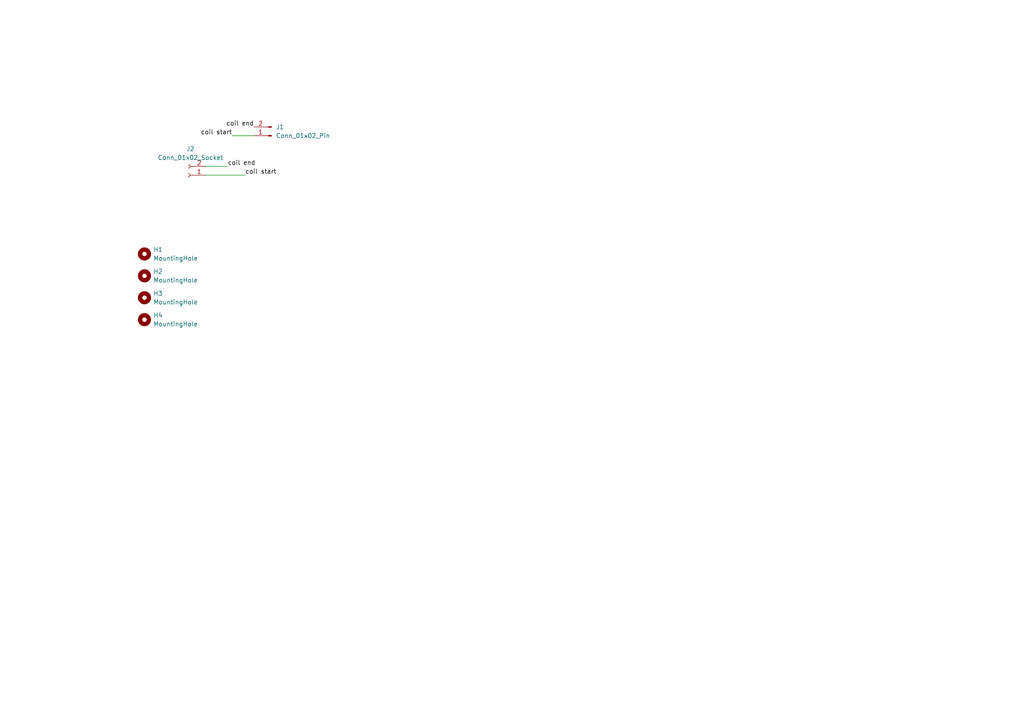
<source format=kicad_sch>
(kicad_sch
	(version 20231120)
	(generator "eeschema")
	(generator_version "8.0")
	(uuid "fdf43bca-269e-4012-8925-740ac96f15da")
	(paper "A4")
	(lib_symbols
		(symbol "Connector:Conn_01x02_Pin"
			(pin_names
				(offset 1.016) hide)
			(exclude_from_sim no)
			(in_bom yes)
			(on_board yes)
			(property "Reference" "J"
				(at 0 2.54 0)
				(effects
					(font
						(size 1.27 1.27)
					)
				)
			)
			(property "Value" "Conn_01x02_Pin"
				(at 0 -5.08 0)
				(effects
					(font
						(size 1.27 1.27)
					)
				)
			)
			(property "Footprint" ""
				(at 0 0 0)
				(effects
					(font
						(size 1.27 1.27)
					)
					(hide yes)
				)
			)
			(property "Datasheet" "~"
				(at 0 0 0)
				(effects
					(font
						(size 1.27 1.27)
					)
					(hide yes)
				)
			)
			(property "Description" "Generic connector, single row, 01x02, script generated"
				(at 0 0 0)
				(effects
					(font
						(size 1.27 1.27)
					)
					(hide yes)
				)
			)
			(property "ki_locked" ""
				(at 0 0 0)
				(effects
					(font
						(size 1.27 1.27)
					)
				)
			)
			(property "ki_keywords" "connector"
				(at 0 0 0)
				(effects
					(font
						(size 1.27 1.27)
					)
					(hide yes)
				)
			)
			(property "ki_fp_filters" "Connector*:*_1x??_*"
				(at 0 0 0)
				(effects
					(font
						(size 1.27 1.27)
					)
					(hide yes)
				)
			)
			(symbol "Conn_01x02_Pin_1_1"
				(polyline
					(pts
						(xy 1.27 -2.54) (xy 0.8636 -2.54)
					)
					(stroke
						(width 0.1524)
						(type default)
					)
					(fill
						(type none)
					)
				)
				(polyline
					(pts
						(xy 1.27 0) (xy 0.8636 0)
					)
					(stroke
						(width 0.1524)
						(type default)
					)
					(fill
						(type none)
					)
				)
				(rectangle
					(start 0.8636 -2.413)
					(end 0 -2.667)
					(stroke
						(width 0.1524)
						(type default)
					)
					(fill
						(type outline)
					)
				)
				(rectangle
					(start 0.8636 0.127)
					(end 0 -0.127)
					(stroke
						(width 0.1524)
						(type default)
					)
					(fill
						(type outline)
					)
				)
				(pin passive line
					(at 5.08 0 180)
					(length 3.81)
					(name "Pin_1"
						(effects
							(font
								(size 1.27 1.27)
							)
						)
					)
					(number "1"
						(effects
							(font
								(size 1.27 1.27)
							)
						)
					)
				)
				(pin passive line
					(at 5.08 -2.54 180)
					(length 3.81)
					(name "Pin_2"
						(effects
							(font
								(size 1.27 1.27)
							)
						)
					)
					(number "2"
						(effects
							(font
								(size 1.27 1.27)
							)
						)
					)
				)
			)
		)
		(symbol "Connector:Conn_01x02_Socket"
			(pin_names
				(offset 1.016) hide)
			(exclude_from_sim no)
			(in_bom yes)
			(on_board yes)
			(property "Reference" "J"
				(at 0 2.54 0)
				(effects
					(font
						(size 1.27 1.27)
					)
				)
			)
			(property "Value" "Conn_01x02_Socket"
				(at 0 -5.08 0)
				(effects
					(font
						(size 1.27 1.27)
					)
				)
			)
			(property "Footprint" ""
				(at 0 0 0)
				(effects
					(font
						(size 1.27 1.27)
					)
					(hide yes)
				)
			)
			(property "Datasheet" "~"
				(at 0 0 0)
				(effects
					(font
						(size 1.27 1.27)
					)
					(hide yes)
				)
			)
			(property "Description" "Generic connector, single row, 01x02, script generated"
				(at 0 0 0)
				(effects
					(font
						(size 1.27 1.27)
					)
					(hide yes)
				)
			)
			(property "ki_locked" ""
				(at 0 0 0)
				(effects
					(font
						(size 1.27 1.27)
					)
				)
			)
			(property "ki_keywords" "connector"
				(at 0 0 0)
				(effects
					(font
						(size 1.27 1.27)
					)
					(hide yes)
				)
			)
			(property "ki_fp_filters" "Connector*:*_1x??_*"
				(at 0 0 0)
				(effects
					(font
						(size 1.27 1.27)
					)
					(hide yes)
				)
			)
			(symbol "Conn_01x02_Socket_1_1"
				(arc
					(start 0 -2.032)
					(mid -0.5058 -2.54)
					(end 0 -3.048)
					(stroke
						(width 0.1524)
						(type default)
					)
					(fill
						(type none)
					)
				)
				(polyline
					(pts
						(xy -1.27 -2.54) (xy -0.508 -2.54)
					)
					(stroke
						(width 0.1524)
						(type default)
					)
					(fill
						(type none)
					)
				)
				(polyline
					(pts
						(xy -1.27 0) (xy -0.508 0)
					)
					(stroke
						(width 0.1524)
						(type default)
					)
					(fill
						(type none)
					)
				)
				(arc
					(start 0 0.508)
					(mid -0.5058 0)
					(end 0 -0.508)
					(stroke
						(width 0.1524)
						(type default)
					)
					(fill
						(type none)
					)
				)
				(pin passive line
					(at -5.08 0 0)
					(length 3.81)
					(name "Pin_1"
						(effects
							(font
								(size 1.27 1.27)
							)
						)
					)
					(number "1"
						(effects
							(font
								(size 1.27 1.27)
							)
						)
					)
				)
				(pin passive line
					(at -5.08 -2.54 0)
					(length 3.81)
					(name "Pin_2"
						(effects
							(font
								(size 1.27 1.27)
							)
						)
					)
					(number "2"
						(effects
							(font
								(size 1.27 1.27)
							)
						)
					)
				)
			)
		)
		(symbol "Mechanical:MountingHole"
			(pin_names
				(offset 1.016)
			)
			(exclude_from_sim yes)
			(in_bom no)
			(on_board yes)
			(property "Reference" "H"
				(at 0 5.08 0)
				(effects
					(font
						(size 1.27 1.27)
					)
				)
			)
			(property "Value" "MountingHole"
				(at 0 3.175 0)
				(effects
					(font
						(size 1.27 1.27)
					)
				)
			)
			(property "Footprint" ""
				(at 0 0 0)
				(effects
					(font
						(size 1.27 1.27)
					)
					(hide yes)
				)
			)
			(property "Datasheet" "~"
				(at 0 0 0)
				(effects
					(font
						(size 1.27 1.27)
					)
					(hide yes)
				)
			)
			(property "Description" "Mounting Hole without connection"
				(at 0 0 0)
				(effects
					(font
						(size 1.27 1.27)
					)
					(hide yes)
				)
			)
			(property "ki_keywords" "mounting hole"
				(at 0 0 0)
				(effects
					(font
						(size 1.27 1.27)
					)
					(hide yes)
				)
			)
			(property "ki_fp_filters" "MountingHole*"
				(at 0 0 0)
				(effects
					(font
						(size 1.27 1.27)
					)
					(hide yes)
				)
			)
			(symbol "MountingHole_0_1"
				(circle
					(center 0 0)
					(radius 1.27)
					(stroke
						(width 1.27)
						(type default)
					)
					(fill
						(type none)
					)
				)
			)
		)
	)
	(wire
		(pts
			(xy 73.66 39.37) (xy 67.31 39.37)
		)
		(stroke
			(width 0)
			(type default)
		)
		(uuid "09998845-6f02-45df-a709-15bdf7260aa0")
	)
	(wire
		(pts
			(xy 59.69 48.26) (xy 66.04 48.26)
		)
		(stroke
			(width 0)
			(type default)
		)
		(uuid "786b5b04-ccbf-4b88-9a2e-dc7d1553acc1")
	)
	(wire
		(pts
			(xy 59.69 50.8) (xy 71.12 50.8)
		)
		(stroke
			(width 0)
			(type default)
		)
		(uuid "ab83969c-cb5e-44ff-8ccb-982e95c10fff")
	)
	(label "coil end"
		(at 73.66 36.83 180)
		(fields_autoplaced yes)
		(effects
			(font
				(size 1.27 1.27)
			)
			(justify right bottom)
		)
		(uuid "53de1fc4-c3bc-42bd-b90a-56f3aa54bc2c")
	)
	(label "coil end"
		(at 66.04 48.26 0)
		(fields_autoplaced yes)
		(effects
			(font
				(size 1.27 1.27)
			)
			(justify left bottom)
		)
		(uuid "710ec598-68e3-4d3e-9d85-acee54350a46")
	)
	(label "coil start"
		(at 71.12 50.8 0)
		(fields_autoplaced yes)
		(effects
			(font
				(size 1.27 1.27)
			)
			(justify left bottom)
		)
		(uuid "ae99f8d5-6ebd-4ee5-9c5e-4dd52d3df92e")
	)
	(label "coil start"
		(at 67.31 39.37 180)
		(fields_autoplaced yes)
		(effects
			(font
				(size 1.27 1.27)
			)
			(justify right bottom)
		)
		(uuid "e72ad107-9485-46fd-b431-89c64edf0ba1")
	)
	(symbol
		(lib_id "Connector:Conn_01x02_Socket")
		(at 54.61 50.8 180)
		(unit 1)
		(exclude_from_sim no)
		(in_bom yes)
		(on_board yes)
		(dnp no)
		(fields_autoplaced yes)
		(uuid "5392b17e-5e19-400d-91a2-3d12017f95c8")
		(property "Reference" "J2"
			(at 55.245 43.18 0)
			(effects
				(font
					(size 1.27 1.27)
				)
			)
		)
		(property "Value" "Conn_01x02_Socket"
			(at 55.245 45.72 0)
			(effects
				(font
					(size 1.27 1.27)
				)
			)
		)
		(property "Footprint" "Connector_PinSocket_2.54mm:PinSocket_1x02_P2.54mm_Vertical"
			(at 54.61 50.8 0)
			(effects
				(font
					(size 1.27 1.27)
				)
				(hide yes)
			)
		)
		(property "Datasheet" "~"
			(at 54.61 50.8 0)
			(effects
				(font
					(size 1.27 1.27)
				)
				(hide yes)
			)
		)
		(property "Description" "Generic connector, single row, 01x02, script generated"
			(at 54.61 50.8 0)
			(effects
				(font
					(size 1.27 1.27)
				)
				(hide yes)
			)
		)
		(pin "1"
			(uuid "a313de1a-b66b-4a03-8504-14f156924d77")
		)
		(pin "2"
			(uuid "8cde3ace-039d-4762-99c2-1cd77972cdac")
		)
		(instances
			(project "Top sensing coil"
				(path "/fdf43bca-269e-4012-8925-740ac96f15da"
					(reference "J2")
					(unit 1)
				)
			)
		)
	)
	(symbol
		(lib_id "Mechanical:MountingHole")
		(at 41.91 73.66 0)
		(unit 1)
		(exclude_from_sim yes)
		(in_bom no)
		(on_board yes)
		(dnp no)
		(fields_autoplaced yes)
		(uuid "7834972b-c23c-467c-a9fd-b94fa9f58689")
		(property "Reference" "H1"
			(at 44.45 72.3899 0)
			(effects
				(font
					(size 1.27 1.27)
				)
				(justify left)
			)
		)
		(property "Value" "MountingHole"
			(at 44.45 74.9299 0)
			(effects
				(font
					(size 1.27 1.27)
				)
				(justify left)
			)
		)
		(property "Footprint" "MountingHole:MountingHole_5mm_Pad"
			(at 41.91 73.66 0)
			(effects
				(font
					(size 1.27 1.27)
				)
				(hide yes)
			)
		)
		(property "Datasheet" "~"
			(at 41.91 73.66 0)
			(effects
				(font
					(size 1.27 1.27)
				)
				(hide yes)
			)
		)
		(property "Description" "Mounting Hole without connection"
			(at 41.91 73.66 0)
			(effects
				(font
					(size 1.27 1.27)
				)
				(hide yes)
			)
		)
		(instances
			(project "Top sensing coil"
				(path "/fdf43bca-269e-4012-8925-740ac96f15da"
					(reference "H1")
					(unit 1)
				)
			)
		)
	)
	(symbol
		(lib_id "Mechanical:MountingHole")
		(at 41.91 86.36 0)
		(unit 1)
		(exclude_from_sim yes)
		(in_bom no)
		(on_board yes)
		(dnp no)
		(fields_autoplaced yes)
		(uuid "b002626f-94cf-4b87-919b-55ec334321fe")
		(property "Reference" "H3"
			(at 44.45 85.0899 0)
			(effects
				(font
					(size 1.27 1.27)
				)
				(justify left)
			)
		)
		(property "Value" "MountingHole"
			(at 44.45 87.6299 0)
			(effects
				(font
					(size 1.27 1.27)
				)
				(justify left)
			)
		)
		(property "Footprint" "MountingHole:MountingHole_5mm_Pad"
			(at 41.91 86.36 0)
			(effects
				(font
					(size 1.27 1.27)
				)
				(hide yes)
			)
		)
		(property "Datasheet" "~"
			(at 41.91 86.36 0)
			(effects
				(font
					(size 1.27 1.27)
				)
				(hide yes)
			)
		)
		(property "Description" "Mounting Hole without connection"
			(at 41.91 86.36 0)
			(effects
				(font
					(size 1.27 1.27)
				)
				(hide yes)
			)
		)
		(instances
			(project "Top sensing coil"
				(path "/fdf43bca-269e-4012-8925-740ac96f15da"
					(reference "H3")
					(unit 1)
				)
			)
		)
	)
	(symbol
		(lib_id "Mechanical:MountingHole")
		(at 41.91 80.01 0)
		(unit 1)
		(exclude_from_sim yes)
		(in_bom no)
		(on_board yes)
		(dnp no)
		(fields_autoplaced yes)
		(uuid "bf3a6331-c4cd-4e0d-aaef-a83c4e63f69d")
		(property "Reference" "H2"
			(at 44.45 78.7399 0)
			(effects
				(font
					(size 1.27 1.27)
				)
				(justify left)
			)
		)
		(property "Value" "MountingHole"
			(at 44.45 81.2799 0)
			(effects
				(font
					(size 1.27 1.27)
				)
				(justify left)
			)
		)
		(property "Footprint" "MountingHole:MountingHole_5mm_Pad"
			(at 41.91 80.01 0)
			(effects
				(font
					(size 1.27 1.27)
				)
				(hide yes)
			)
		)
		(property "Datasheet" "~"
			(at 41.91 80.01 0)
			(effects
				(font
					(size 1.27 1.27)
				)
				(hide yes)
			)
		)
		(property "Description" "Mounting Hole without connection"
			(at 41.91 80.01 0)
			(effects
				(font
					(size 1.27 1.27)
				)
				(hide yes)
			)
		)
		(instances
			(project "Top sensing coil"
				(path "/fdf43bca-269e-4012-8925-740ac96f15da"
					(reference "H2")
					(unit 1)
				)
			)
		)
	)
	(symbol
		(lib_id "Mechanical:MountingHole")
		(at 41.91 92.71 0)
		(unit 1)
		(exclude_from_sim yes)
		(in_bom no)
		(on_board yes)
		(dnp no)
		(fields_autoplaced yes)
		(uuid "d08948cd-30ad-4872-bffc-9505544f32ae")
		(property "Reference" "H4"
			(at 44.45 91.4399 0)
			(effects
				(font
					(size 1.27 1.27)
				)
				(justify left)
			)
		)
		(property "Value" "MountingHole"
			(at 44.45 93.9799 0)
			(effects
				(font
					(size 1.27 1.27)
				)
				(justify left)
			)
		)
		(property "Footprint" "MountingHole:MountingHole_5mm_Pad"
			(at 41.91 92.71 0)
			(effects
				(font
					(size 1.27 1.27)
				)
				(hide yes)
			)
		)
		(property "Datasheet" "~"
			(at 41.91 92.71 0)
			(effects
				(font
					(size 1.27 1.27)
				)
				(hide yes)
			)
		)
		(property "Description" "Mounting Hole without connection"
			(at 41.91 92.71 0)
			(effects
				(font
					(size 1.27 1.27)
				)
				(hide yes)
			)
		)
		(instances
			(project "Top sensing coil"
				(path "/fdf43bca-269e-4012-8925-740ac96f15da"
					(reference "H4")
					(unit 1)
				)
			)
		)
	)
	(symbol
		(lib_id "Connector:Conn_01x02_Pin")
		(at 78.74 39.37 180)
		(unit 1)
		(exclude_from_sim no)
		(in_bom yes)
		(on_board yes)
		(dnp no)
		(fields_autoplaced yes)
		(uuid "ebd26d4a-29e1-45de-a470-27c8e6be498d")
		(property "Reference" "J1"
			(at 80.01 36.8299 0)
			(effects
				(font
					(size 1.27 1.27)
				)
				(justify right)
			)
		)
		(property "Value" "Conn_01x02_Pin"
			(at 80.01 39.3699 0)
			(effects
				(font
					(size 1.27 1.27)
				)
				(justify right)
			)
		)
		(property "Footprint" "Connector_PinHeader_2.54mm:PinHeader_1x02_P2.54mm_Vertical"
			(at 78.74 39.37 0)
			(effects
				(font
					(size 1.27 1.27)
				)
				(hide yes)
			)
		)
		(property "Datasheet" "~"
			(at 78.74 39.37 0)
			(effects
				(font
					(size 1.27 1.27)
				)
				(hide yes)
			)
		)
		(property "Description" "Generic connector, single row, 01x02, script generated"
			(at 78.74 39.37 0)
			(effects
				(font
					(size 1.27 1.27)
				)
				(hide yes)
			)
		)
		(pin "1"
			(uuid "03ae71cd-c97f-477a-be30-8578a30467ab")
		)
		(pin "2"
			(uuid "96aaf048-f33c-4d55-b2a1-ab235173bb51")
		)
		(instances
			(project "Top sensing coil"
				(path "/fdf43bca-269e-4012-8925-740ac96f15da"
					(reference "J1")
					(unit 1)
				)
			)
		)
	)
	(sheet_instances
		(path "/"
			(page "1")
		)
	)
)
</source>
